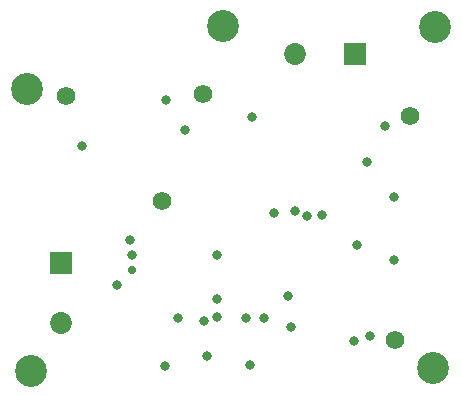
<source format=gbs>
G04*
G04 #@! TF.GenerationSoftware,Altium Limited,Altium Designer,25.3.3 (18)*
G04*
G04 Layer_Color=16711935*
%FSLAX44Y44*%
%MOMM*%
G71*
G04*
G04 #@! TF.SameCoordinates,5CFDE4A5-D111-4E67-9A72-851D34BF8442*
G04*
G04*
G04 #@! TF.FilePolarity,Negative*
G04*
G01*
G75*
%ADD42C,1.8532*%
%ADD43R,1.8532X1.8532*%
%ADD44C,2.7032*%
%ADD45C,1.5700*%
%ADD46R,1.8532X1.8532*%
%ADD47C,0.8382*%
%ADD48C,0.7112*%
D42*
X706769Y403530D02*
D03*
X905510Y631190D02*
D03*
D43*
X706769Y454330D02*
D03*
D44*
X1023620Y654050D02*
D03*
X844550Y655320D02*
D03*
X1022350Y365760D02*
D03*
X681990Y363220D02*
D03*
X678180Y601980D02*
D03*
D45*
X989439Y389069D02*
D03*
X711200Y595630D02*
D03*
X1002110Y578401D02*
D03*
X792860Y506730D02*
D03*
X826798Y597490D02*
D03*
D46*
X956310Y631190D02*
D03*
D47*
X828040Y405130D02*
D03*
X989330Y510540D02*
D03*
X965700Y539747D02*
D03*
X957580Y469900D02*
D03*
X905360Y498322D02*
D03*
X812281Y567210D02*
D03*
X725170Y553720D02*
D03*
X754380Y435610D02*
D03*
X767080Y461010D02*
D03*
X838656Y408747D02*
D03*
X830580Y375920D02*
D03*
X867410Y368300D02*
D03*
X795020Y367030D02*
D03*
X765810Y473710D02*
D03*
X901700Y400050D02*
D03*
X839470Y424180D02*
D03*
X887730Y496570D02*
D03*
X955040Y388620D02*
D03*
X863600Y407670D02*
D03*
X878840D02*
D03*
X928370Y495300D02*
D03*
X795753Y592627D02*
D03*
X869085Y578231D02*
D03*
X915670Y494030D02*
D03*
X989243Y456887D02*
D03*
X806450Y407670D02*
D03*
X981710Y570230D02*
D03*
X899160Y426720D02*
D03*
X969010Y392430D02*
D03*
X839470Y461010D02*
D03*
D48*
X767106Y448226D02*
D03*
M02*

</source>
